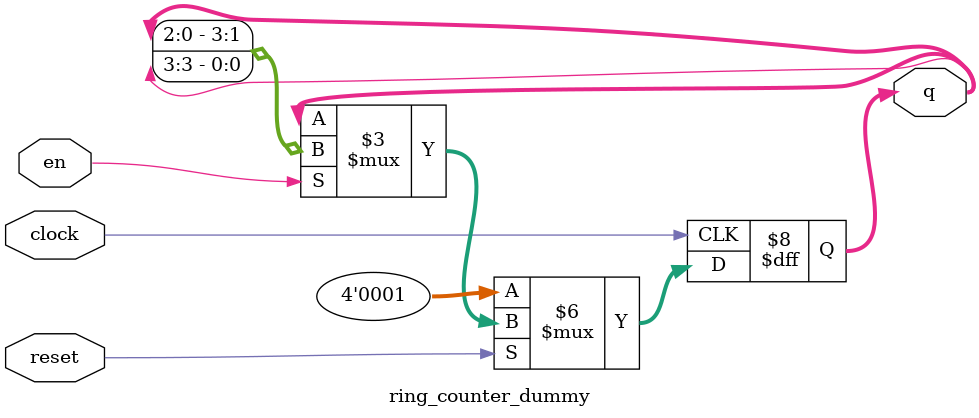
<source format=sv>
module ring_counter_dummy
//PORT DECLARATION
(input clock,reset,en,
 output reg [3:0] q);

//PROCEDURAL BLOCK
always@(posedge clock)
begin
	if(!reset)
		q<=4'b0001;
	else if(en)
		q<={q[2:0],q[3]};//LEFT SHIFTING
end
endmodule

</source>
